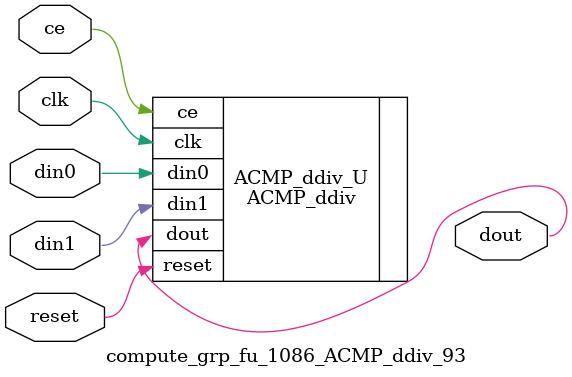
<source format=v>

`timescale 1 ns / 1 ps
module compute_grp_fu_1086_ACMP_ddiv_93(
    clk,
    reset,
    ce,
    din0,
    din1,
    dout);

parameter ID = 32'd1;
parameter NUM_STAGE = 32'd1;
parameter din0_WIDTH = 32'd1;
parameter din1_WIDTH = 32'd1;
parameter dout_WIDTH = 32'd1;
input clk;
input reset;
input ce;
input[din0_WIDTH - 1:0] din0;
input[din1_WIDTH - 1:0] din1;
output[dout_WIDTH - 1:0] dout;



ACMP_ddiv #(
.ID( ID ),
.NUM_STAGE( 22 ),
.din0_WIDTH( din0_WIDTH ),
.din1_WIDTH( din1_WIDTH ),
.dout_WIDTH( dout_WIDTH ))
ACMP_ddiv_U(
    .clk( clk ),
    .reset( reset ),
    .ce( ce ),
    .din0( din0 ),
    .din1( din1 ),
    .dout( dout ));

endmodule

</source>
